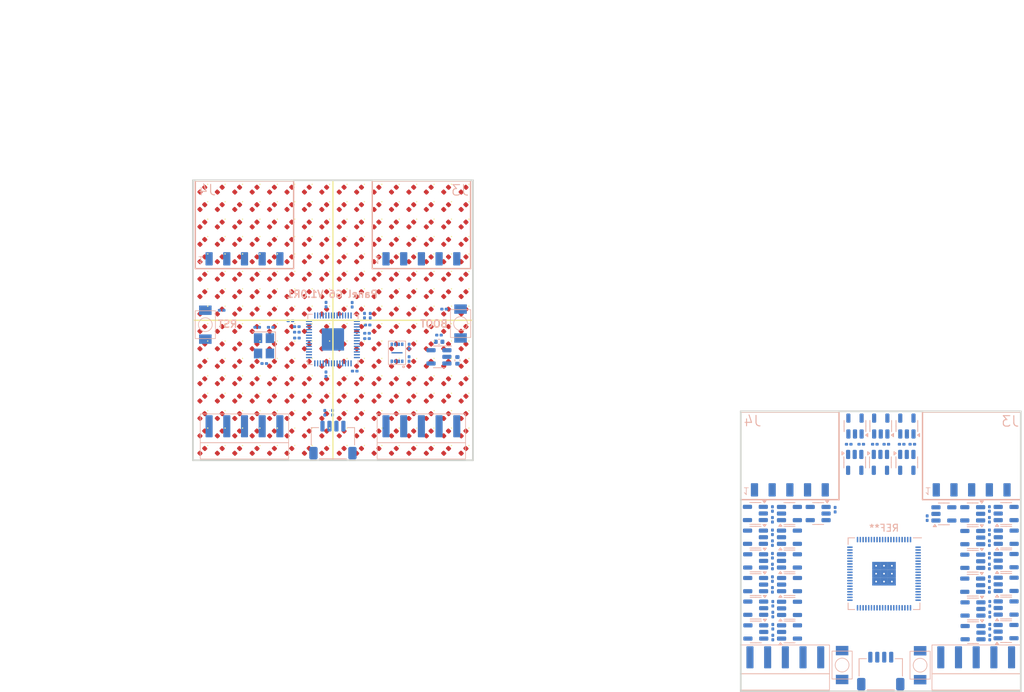
<source format=kicad_pcb>
(kicad_pcb (version 20241229) (generator "pcbnew") (generator_version "9.0")
  (layers (0 "F.Cu" signal) (4 "In1.Cu" power) (6 "In2.Cu" power) (8 "In3.Cu" signal) (10 "In4.Cu" power) (2 "B.Cu" signal) (13 "F.Paste" user) (15 "B.Paste" user) (5 "F.SilkS" user "F.Silkscreen") (7 "B.SilkS" user "B.Silkscreen") (1 "F.Mask" user) (3 "B.Mask" user) (25 "Edge.Cuts" user))
  (net 0 "")
  (net 1 "Net-(U2-XIN)")
  (net 2 "Net-(C5-Pad1)")
  (net 3 "/level_shifter/CP_5V_00")
  (net 4 "/level_shifter/CP_5V_01")
  (net 5 "Net-(D115-A)")
  (net 6 "Net-(D101-A)")
  (net 7 "Net-(D102-A)")
  (net 8 "Net-(D119-A)")
  (net 9 "Net-(D103-A)")
  (net 10 "Net-(D104-A)")
  (net 11 "Net-(D105-A)")
  (net 12 "Net-(D10-A)")
  (net 13 "Net-(D107-A)")
  (net 14 "Net-(D108-A)")
  (net 15 "Net-(D109-A)")
  (net 16 "Net-(D110-A)")
  (net 17 "Net-(D111-A)")
  (net 18 "Net-(D112-A)")
  (net 19 "/level_shifter/CP_5V_02")
  (net 20 "/level_shifter/CP_5V_03")
  (net 21 "/level_shifter/CP_5V_04")
  (net 22 "/level_shifter/CP_5V_05")
  (net 23 "Net-(D100-A)")
  (net 24 "Net-(D113-A)")
  (net 25 "/level_shifter/CP_5V_06")
  (net 26 "/level_shifter/CP_5V_07")
  (net 27 "/level_shifter/CP_5V_08")
  (net 28 "/level_shifter/CP_5V_09")
  (net 29 "/level_shifter/CP_5V_10")
  (net 30 "/level_shifter/CP_5V_11")
  (net 31 "/level_shifter/CP_5V_12")
  (net 32 "/level_shifter/CP_5V_13")
  (net 33 "/level_shifter/CP_5V_14")
  (net 34 "GND")
  (net 35 "+3.3V")
  (net 36 "+1V2")
  (net 37 "+5V")
  (net 38 "/level_shifter/CP_5V_15")
  (net 39 "/panel_mcu/D+")
  (net 40 "/panel_mcu/D-")
  (net 41 "/panel_header/MOSI")
  (net 42 "/panel_header/MISO")
  (net 43 "/panel_header/CS0")
  (net 44 "/panel_header/SCK")
  (net 45 "/panel_mcu/QSPI_SD3")
  (net 46 "/panel_mcu/QSPI_SCLK")
  (net 47 "/panel_mcu/QSPI_SDO")
  (net 48 "/panel_mcu/QSPI_SD2")
  (net 49 "/panel_mcu/QSPI_SD1")
  (net 50 "/panel_mcu/QSIP_SS")
  (net 51 "/panel_header/CS1")
  (net 52 "/panel_header/CS2")
  (net 53 "/panel_header/CS4")
  (net 54 "/panel_header/CS5")
  (net 55 "Net-(U2-USB_DP)")
  (net 56 "Net-(U2-USB_DM)")
  (net 57 "Net-(U2-XOUT)")
  (net 58 "/panel_mcu/USBBOOT")
  (net 59 "/level_shifter/CP_3V3_00")
  (net 60 "/level_shifter/CP_3V3_01")
  (net 61 "/level_shifter/CP_3V3_02")
  (net 62 "/level_shifter/CP_3V3_03")
  (net 63 "/level_shifter/CP_3V3_04")
  (net 64 "/level_shifter/CP_3V3_05")
  (net 65 "/level_shifter/CP_3V3_06")
  (net 66 "/level_shifter/CP_3V3_07")
  (net 67 "/level_shifter/CP_3V3_08")
  (net 68 "/level_shifter/CP_3V3_09")
  (net 69 "/level_shifter/CP_3V3_10")
  (net 70 "/level_shifter/CP_3V3_11")
  (net 71 "/level_shifter/CP_3V3_12")
  (net 72 "/level_shifter/CP_3V3_13")
  (net 73 "/level_shifter/CP_3V3_14")
  (net 74 "/level_shifter/CP_3V3_15")
  (net 75 "/level_shifter/CP_3V3_16")
  (footprint "panel_custom:LED_0402_1005Metric" (layer "F.Cu") (at 78.75 63.75 -135)
    (property "Reference" "D182" (hide yes))
    (property "Value" "LED" (hide yes))
  )
  (footprint "panel_custom:LED_0402_1005Metric" (layer "F.Cu") (at 76.25 83.75 -135)
    (property "Reference" "D174" (hide yes))
    (property "Value" "LED" (hide yes))
  )
  (footprint "panel_custom:LED_0402_1005Metric" (layer "F.Cu") (at 76.25 63.75 -135)
    (property "Reference" "D166" (hide yes))
    (property "Value" "LED" (hide yes))
  )
  (footprint "panel_custom:LED_0402_1005Metric" (layer "F.Cu") (at 73.75 83.75 -135)
    (property "Reference" "D158" (hide yes))
    (property "Value" "LED" (hide yes))
  )
  (footprint "panel_custom:LED_0402_1005Metric" (layer "F.Cu") (at 73.75 63.75 -135)
    (property "Reference" "D150" (hide yes))
    (property "Value" "LED" (hide yes))
  )
  (footprint "panel_custom:LED_0402_1005Metric" (layer "F.Cu") (at 71.25 83.75 -135)
    (property "Reference" "D142" (hide yes))
    (property "Value" "LED" (hide yes))
  )
  (footprint "panel_custom:LED_0402_1005Metric" (layer "F.Cu") (at 71.25 63.75 -135)
    (property "Reference" "D134" (hide yes))
    (property "Value" "LED" (hide yes))
  )
  (footprint "panel_custom:LED_0402_1005Metric" (layer "F.Cu") (at 78.75 81.25 -135)
    (property "Reference" "D189" (hide yes))
    (property "Value" "LED" (hide yes))
  )
  (footprint "panel_custom:LED_0402_1005Metric" (layer "F.Cu") (at 78.75 61.25 -135)
    (property "Reference" "D181" (hide yes))
    (property "Value" "LED" (hide yes))
  )
  (footprint "panel_custom:LED_0402_1005Metric" (layer "F.Cu") (at 76.25 81.25 -135)
    (property "Reference" "D173" (hide yes))
    (property "Value" "LED" (hide yes))
  )
  (footprint "panel_custom:LED_0402_1005Metric" (layer "F.Cu") (at 76.25 61.25 -135)
    (property "Reference" "D165" (hide yes))
    (property "Value" "LED" (hide yes))
  )
  (footprint "panel_custom:LED_0402_1005Metric" (layer "F.Cu") (at 73.75 81.25 -135)
    (property "Reference" "D157" (hide yes))
    (property "Value" "LED" (hide yes))
  )
  (footprint "panel_custom:LED_0402_1005Metric" (layer "F.Cu") (at 73.75 61.25 -135)
    (property "Reference" "D149" (hide yes))
    (property "Value" "LED" (hide yes))
  )
  (footprint "panel_custom:LED_0402_1005Metric" (layer "F.Cu") (at 71.25 81.25 -135)
    (property "Reference" "D141" (hide yes))
    (property "Value" "LED" (hide yes))
  )
  (footprint "panel_custom:LED_0402_1005Metric" (layer "F.Cu") (at 78.75 78.75 -135)
    (property "Reference" "D188" (hide yes))
    (property "Value" "LED" (hide yes))
  )
  (footprint "panel_custom:LED_0402_1005Metric" (layer "F.Cu") (at 71.25 61.25 -135)
    (property "Reference" "D133" (hide yes))
    (property "Value" "LED" (hide yes))
  )
  (footprint "panel_custom:LED_0402_1005Metric" (layer "F.Cu") (at 78.75 86.25 -135)
    (property "Reference" "D191" (hide yes))
    (property "Value" "LED" (hide yes))
  )
  (footprint "panel_custom:LED_0402_1005Metric" (layer "F.Cu") (at 76.25 68.75 -135)
    (property "Reference" "D168" (hide yes))
    (property "Value" "LED" (hide yes))
  )
  (footprint "panel_custom:LED_0402_1005Metric" (layer "F.Cu") (at 76.25 88.75 -135)
    (property "Reference" "D176" (hide yes))
    (property "Value" "LED" (hide yes))
  )
  (footprint "panel_custom:LED_0402_1005Metric" (layer "F.Cu") (at 68.75 88.75 -135)
    (property "Reference" "D128" (hide yes))
    (property "Value" "LED" (hide yes))
  )
  (footprint "panel_custom:LED_0402_1005Metric" (layer "F.Cu") (at 78.75 68.75 -135)
    (property "Reference" "D184" (hide yes))
    (property "Value" "LED" (hide yes))
  )
  (footprint "panel_custom:LED_0402_1005Metric" (layer "F.Cu") (at 73.75 88.75 -135)
    (property "Reference" "D160" (hide yes))
    (property "Value" "LED" (hide yes))
  )
  (footprint "panel_custom:LED_0402_1005Metric" (layer "F.Cu") (at 73.75 68.75 -135)
    (property "Reference" "D152" (hide yes))
    (property "Value" "LED" (hide yes))
  )
  (footprint "panel_custom:LED_0402_1005Metric" (layer "F.Cu") (at 71.25 88.75 -135)
    (property "Reference" "D144" (hide yes))
    (property "Value" "LED" (hide yes))
  )
  (footprint "panel_custom:LED_0402_1005Metric" (layer "F.Cu") (at 71.25 68.75 -135)
    (property "Reference" "D136" (hide yes))
    (property "Value" "LED" (hide yes))
  )
  (footprint "panel_custom:LED_0402_1005Metric" (layer "F.Cu") (at 78.75 83.75 -135)
    (property "Reference" "D190" (hide yes))
    (property "Value" "LED" (hide yes))
  )
  (footprint "panel_custom:LED_0402_1005Metric" (layer "F.Cu") (at 78.75 66.25 -135)
    (property "Reference" "D183" (hide yes))
    (property "Value" "LED" (hide yes))
  )
  (footprint "panel_custom:LED_0402_1005Metric" (layer "F.Cu") (at 76.25 86.25 -135)
    (property "Reference" "D175" (hide yes))
    (property "Value" "LED" (hide yes))
  )
  (footprint "panel_custom:LED_0402_1005Metric" (layer "F.Cu") (at 76.25 66.25 -135)
    (property "Reference" "D167" (hide yes))
    (property "Value" "LED" (hide yes))
  )
  (footprint "panel_custom:LED_0402_1005Metric" (layer "F.Cu") (at 73.75 86.25 -135)
    (property "Reference" "D159" (hide yes))
    (property "Value" "LED" (hide yes))
  )
  (footprint "panel_custom:LED_0402_1005Metric" (layer "F.Cu") (at 73.75 66.25 -135)
    (property "Reference" "D151" (hide yes))
    (property "Value" "LED" (hide yes))
  )
  (footprint "panel_custom:LED_0402_1005Metric" (layer "F.Cu") (at 71.25 86.25 -135)
    (property "Reference" "D143" (hide yes))
    (property "Value" "LED" (hide yes))
  )
  (footprint "panel_custom:LED_0402_1005Metric" (layer "F.Cu") (at 71.25 66.25 -135)
    (property "Reference" "D135" (hide yes))
    (property "Value" "LED" (hide yes))
  )
  (footprint "panel_custom:LED_0402_1005Metric" (layer "F.Cu") (at 78.75 53.75 -135)
    (property "Reference" "D178" (hide yes))
    (property "Value" "LED" (hide yes))
  )
  (footprint "panel_custom:LED_0402_1005Metric" (layer "F.Cu") (at 68.75 66.25 -135)
    (property "Reference" "D119" (hide yes))
    (property "Value" "LED" (hide yes))
  )
  (footprint "panel_custom:LED_0402_1005Metric" (layer "F.Cu") (at 71.25 51.25 -135)
    (property "Reference" "D129" (hide yes))
    (property "Value" "LED" (hide yes))
  )
  (footprint "panel_custom:LED_0402_1005Metric" (layer "F.Cu") (at 71.25 71.25 -135)
    (property "Reference" "D137" (hide yes))
    (property "Value" "LED" (hide yes))
  )
  (footprint "panel_custom:LED_0402_1005Metric" (layer "F.Cu") (at 73.75 51.25 -135)
    (property "Reference" "D145" (hide yes))
    (property "Value" "LED" (hide yes))
  )
  (footprint "panel_custom:LED_0402_1005Metric" (layer "F.Cu") (at 73.75 71.25 -135)
    (property "Reference" "D153" (hide yes))
    (property "Value" "LED" (hide yes))
  )
  (footprint "panel_custom:LED_0402_1005Metric" (layer "F.Cu") (at 76.25 51.25 -135)
    (property "Reference" "D161" (hide yes))
    (property "Value" "LED" (hide yes))
  )
  (footprint "panel_custom:LED_0402_1005Metric" (layer "F.Cu") (at 76.25 71.25 -135)
    (property "Reference" "D169" (hide yes))
    (property "Value" "LED" (hide yes))
  )
  (footprint "panel_custom:LED_0402_1005Metric" (layer "F.Cu") (at 78.75 51.25 -135)
    (property "Reference" "D177" (hide yes))
    (property "Value" "LED" (hide yes))
  )
  (footprint "panel_custom:LED_0402_1005Metric" (layer "F.Cu") (at 78.75 71.25 -135)
    (property "Reference" "D185" (hide yes))
    (property "Value" "LED" (hide yes))
  )
  (footprint "panel_custom:LED_0402_1005Metric" (layer "F.Cu") (at 71.25 53.75 -135)
    (property "Reference" "D130" (hide yes))
    (property "Value" "LED" (hide yes))
  )
  (footprint "panel_custom:LED_0402_1005Metric" (layer "F.Cu") (at 71.25 73.75 -135)
    (property "Reference" "D138" (hide yes))
    (property "Value" "LED" (hide yes))
  )
  (footprint "panel_custom:LED_0402_1005Metric" (layer "F.Cu") (at 73.75 53.75 -135)
    (property "Reference" "D146" (hide yes))
    (property "Value" "LED" (hide yes))
  )
  (footprint "panel_custom:LED_0402_1005Metric" (layer "F.Cu") (at 73.75 73.75 -135)
    (property "Reference" "D154" (hide yes))
    (property "Value" "LED" (hide yes))
  )
  (footprint "panel_custom:LED_0402_1005Metric" (layer "F.Cu") (at 76.25 53.75 -135)
    (property "Reference" "D162" (hide yes))
    (property "Value" "LED" (hide yes))
  )
  (footprint "panel_custom:LED_0402_1005Metric" (layer "F.Cu") (at 76.25 73.75 -135)
    (property "Reference" "D170" (hide yes))
    (property "Value" "LED" (hide yes))
  )
  (footprint "panel_custom:LED_0402_1005Metric" (layer "F.Cu") (at 78.75 58.75 -135)
    (property "Reference" "D180" (hide yes))
    (property "Value" "LED" (hide yes))
  )
  (footprint "panel_custom:LED_0402_1005Metric" (layer "F.Cu") (at 78.75 73.75 -135)
    (property "Reference" "D186" (hide yes))
    (property "Value" "LED" (hide yes))
  )
  (footprint "panel_custom:LED_0402_1005Metric" (layer "F.Cu") (at 71.25 56.25 -135)
    (property "Reference" "D131" (hide yes))
    (property "Value" "LED" (hide yes))
  )
  (footprint "panel_custom:LED_0402_1005Metric" (layer "F.Cu") (at 71.25 76.25 -135)
    (property "Reference" "D139" (hide yes))
    (property "Value" "LED" (hide yes))
  )
  (footprint "panel_custom:LED_0402_1005Metric" (layer "F.Cu") (at 73.75 56.25 -135)
    (property "Reference" "D147" (hide yes))
    (property "Value" "LED" (hide yes))
  )
  (footprint "panel_custom:LED_0402_1005Metric" (layer "F.Cu") (at 73.75 76.25 -135)
    (property "Reference" "D155" (hide yes))
    (property "Value" "LED" (hide yes))
  )
  (footprint "panel_custom:LED_0402_1005Metric" (layer "F.Cu") (at 76.25 56.25 -135)
    (property "Reference" "D163" (hide yes))
    (property "Value" "LED" (hide yes))
  )
  (footprint "panel_custom:LED_0402_1005Metric" (layer "F.Cu") (at 76.25 76.25 -135)
    (property "Reference" "D171" (hide yes))
    (property "Value" "LED" (hide yes))
  )
  (footprint "panel_custom:LED_0402_1005Metric" (layer "F.Cu") (at 78.75 56.25 -135)
    (property "Reference" "D179" (hide yes))
    (property "Value" "LED" (hide yes))
  )
  (footprint "panel_custom:LED_0402_1005Metric" (layer "F.Cu") (at 78.75 76.25 -135)
    (property "Reference" "D187" (hide yes))
    (property "Value" "LED" (hide yes))
  )
  (footprint "panel_custom:LED_0402_1005Metric" (layer "F.Cu") (at 71.25 58.75 -135)
    (property "Reference" "D132" (hide yes))
    (property "Value" "LED" (hide yes))
  )
  (footprint "panel_custom:LED_0402_1005Metric" (layer "F.Cu") (at 71.25 78.75 -135)
    (property "Reference" "D140" (hide yes))
    (property "Value" "LED" (hide yes))
  )
  (footprint "panel_custom:LED_0402_1005Metric" (layer "F.Cu") (at 73.75 58.75 -135)
    (property "Reference" "D148" (hide yes))
    (property "Value" "LED" (hide yes))
  )
  (footprint "panel_custom:LED_0402_1005Metric" (layer "F.Cu") (at 73.75 78.75 -135)
    (property "Reference" "D156" (hide yes))
    (property "Value" "LED" (hide yes))
  )
  (footprint "panel_custom:LED_0402_1005Metric" (layer "F.Cu") (at 76.25 58.75 -135)
    (property "Reference" "D164" (hide yes))
    (property "Value" "LED" (hide yes))
  )
  (footprint "panel_custom:LED_0402_1005Metric" (layer "F.Cu") (at 76.25 78.75 -135)
    (property "Reference" "D172" (hide yes))
    (property "Value" "LED" (hide yes))
  )
  (footprint "panel_custom:LED_0402_1005Metric" (layer "F.Cu") (at 88.75 81.25 -135)
    (property "Reference" "D253" (hide yes))
    (property "Value" "LED" (hide yes))
  )
  (footprint "panel_custom:LED_0402_1005Metric" (layer "F.Cu") (at 88.75 83.75 -135)
    (property "Reference" "D254" (hide yes))
    (property "Value" "LED" (hide yes))
  )
  (footprint "panel_custom:LED_0402_1005Metric" (layer "F.Cu") (at 88.75 63.75 -135)
    (property "Reference" "D246" (hide yes))
    (property "Value" "LED" (hide yes))
  )
  (footprint "panel_custom:LED_0402_1005Metric" (layer "F.Cu") (at 86.25 83.75 -135)
    (property "Reference" "D238" (hide yes))
    (property "Value" "LED" (hide yes))
  )
  (footprint "panel_custom:LED_0402_1005Metric" (layer "F.Cu") (at 86.25 63.75 -135)
    (property "Reference" "D230" (hide yes))
    (property "Value" "LED" (hide yes))
  )
  (footprint "panel_custom:LED_0402_1005Metric" (layer "F.Cu") (at 83.75 83.75 -135)
    (property "Reference" "D222" (hide yes))
    (property "Value" "LED" (hide yes))
  )
  (footprint "panel_custom:LED_0402_1005Metric" (layer "F.Cu") (at 83.75 63.75 -135)
    (property "Reference" "D214" (hide yes))
    (property "Value" "LED" (hide yes))
  )
  (footprint "panel_custom:LED_0402_1005Metric" (layer "F.Cu") (at 81.25 83.75 -135)
    (property "Reference" "D206" (hide yes))
    (property "Value" "LED" (hide yes))
  )
  (footprint "panel_custom:LED_0402_1005Metric" (layer "F.Cu") (at 81.25 63.75 -135)
    (property "Reference" "D198" (hide yes))
    (property "Value" "LED" (hide yes))
  )
  (footprint "panel_custom:LED_0402_1005Metric" (layer "F.Cu") (at 81.25 66.25 -135)
    (property "Reference" "D199" (hide yes))
    (property "Value" "LED" (hide yes))
  )
  (footprint "panel_custom:LED_0402_1005Metric" (layer "F.Cu") (at 88.75 61.25 -135)
    (property "Reference" "D245" (hide yes))
    (property "Value" "LED" (hide yes))
  )
  (footprint "panel_custom:LED_0402_1005Metric" (layer "F.Cu") (at 86.25 81.25 -135)
    (property "Reference" "D237" (hide yes))
    (property "Value" "LED" (hide yes))
  )
  (footprint "panel_custom:LED_0402_1005Metric" (layer "F.Cu") (at 86.25 61.25 -135)
    (property "Reference" "D229" (hide yes))
    (property "Value" "LED" (hide yes))
  )
  (footprint "panel_custom:LED_0402_1005Metric" (layer "F.Cu") (at 83.75 81.25 -135)
    (property "Reference" "D221" (hide yes))
    (property "Value" "LED" (hide yes))
  )
  (footprint "panel_custom:LED_0402_1005Metric" (layer "F.Cu") (at 83.75 61.25 -135)
    (property "Reference" "D213" (hide yes))
    (property "Value" "LED" (hide yes))
  )
  (footprint "panel_custom:LED_0402_1005Metric" (layer "F.Cu") (at 81.25 81.25 -135)
    (property "Reference" "D205" (hide yes))
    (property "Value" "LED" (hide yes))
  )
  (footprint "panel_custom:LED_0402_1005Metric" (layer "F.Cu") (at 81.25 61.25 -135)
    (property "Reference" "D197" (hide yes))
    (property "Value" "LED" (hide yes))
  )
  (footprint "panel_custom:LED_0402_1005Metric" (layer "F.Cu") (at 88.75 78.75 -135)
    (property "Reference" "D252" (hide yes))
    (property "Value" "LED" (hide yes))
  )
  (footprint "panel_custom:LED_0402_1005Metric" (layer "F.Cu") (at 81.25 86.25 -135)
    (property "Reference" "D207" (hide yes))
    (property "Value" "LED" (hide yes))
  )
  (footprint "panel_custom:LED_0402_1005Metric" (layer "F.Cu") (at 83.75 66.25 -135)
    (property "Reference" "D215" (hide yes))
    (property "Value" "LED" (hide yes))
  )
  (footprint "panel_custom:LED_0402_1005Metric" (layer "F.Cu") (at 83.75 86.25 -135)
    (property "Reference" "D223" (hide yes))
    (property "Value" "LED" (hide yes))
  )
  (footprint "panel_custom:LED_0402_1005Metric" (layer "F.Cu") (at 86.25 66.25 -135)
    (property "Reference" "D231" (hide yes))
    (property "Value" "LED" (hide yes))
  )
  (footprint "panel_custom:LED_0402_1005Metric" (layer "F.Cu") (at 86.25 86.25 -135)
    (property "Reference" "D239" (hide yes))
    (property "Value" "LED" (hide yes))
  )
  (footprint "panel_custom:LED_0402_1005Metric" (layer "F.Cu") (at 88.75 66.25 -135)
    (property "Reference" "D247" (hide yes))
    (property "Value" "LED" (hide yes))
  )
  (footprint "panel_custom:LED_0402_1005Metric" (layer "F.Cu") (at 88.75 86.25 -135)
    (property "Reference" "D255" (hide yes))
    (property "Value" "LED" (hide yes))
  )
  (footprint "panel_custom:LED_0402_1005Metric" (layer "F.Cu") (at 81.25 68.75 -135)
    (property "Reference" "D200" (hide yes))
    (property "Value" "LED" (hide yes))
  )
  (footprint "panel_custom:LED_0402_1005Metric" (layer "F.Cu") (at 81.25 88.75 -135)
    (property "Reference" "D208" (hide yes))
    (property "Value" "LED" (hide yes))
  )
  (footprint "panel_custom:LED_0402_1005Metric" (layer "F.Cu") (at 83.75 68.75 -135)
    (property "Reference" "D216" (hide yes))
    (property "Value" "LED" (hide yes))
  )
  (footprint "panel_custom:LED_0402_1005Metric" (layer "F.Cu") (at 83.75 88.75 -135)
    (property "Reference" "D224" (hide yes))
    (property "Value" "LED" (hide yes))
  )
  (footprint "panel_custom:LED_0402_1005Metric" (layer "F.Cu") (at 86.25 68.75 -135)
    (property "Reference" "D232" (hide yes))
    (property "Value" "LED" (hide yes))
  )
  (footprint "panel_custom:LED_0402_1005Metric" (layer "F.Cu") (at 86.25 88.75 -135)
    (property "Reference" "D240" (hide yes))
    (property "Value" "LED" (hide yes))
  )
  (footprint "panel_custom:LED_0402_1005Metric" (layer "F.Cu") (at 88.75 68.75 -135)
    (property "Reference" "D248" (hide yes))
    (property "Value" "LED" (hide yes))
  )
  (footprint "panel_custom:LED_0402_1005Metric" (layer "F.Cu") (at 88.75 88.75 -135)
    (property "Reference" "D256" (hide yes))
    (property "Value" "LED" (hide yes))
  )
  (footprint "panel_custom:LED_0402_1005Metric" (layer "F.Cu") (at 88.75 73.75 -135)
    (property "Reference" "D250" (hide yes))
    (property "Value" "LED" (hide yes))
  )
  (footprint "panel_custom:LED_0402_1005Metric" (layer "F.Cu") (at 81.25 51.25 -135)
    (property "Reference" "D193" (hide yes))
    (property "Value" "LED" (hide yes))
  )
  (footprint "panel_custom:LED_0402_1005Metric" (layer "F.Cu") (at 81.25 71.25 -135)
    (property "Reference" "D201" (hide yes))
    (property "Value" "LED" (hide yes))
  )
  (footprint "panel_custom:LED_0402_1005Metric" (layer "F.Cu") (at 83.75 51.25 -135)
    (property "Reference" "D209" (hide yes))
    (property "Value" "LED" (hide yes))
  )
  (footprint "panel_custom:LED_0402_1005Metric" (layer "F.Cu") (at 83.75 71.25 -135)
    (property "Reference" "D217" (hide yes))
    (property "Value" "LED" (hide yes))
  )
  (footprint "panel_custom:LED_0402_1005Metric" (layer "F.Cu") (at 86.25 51.25 -135)
    (property "Reference" "D225" (hide yes))
    (property "Value" "LED" (hide yes))
  )
  (footprint "panel_custom:LED_0402_1005Metric" (layer "F.Cu") (at 86.25 71.25 -135)
    (property "Reference" "D233" (hide yes))
    (property "Value" "LED" (hide yes))
  )
  (footprint "panel_custom:LED_0402_1005Metric" (layer "F.Cu") (at 88.75 51.25 -135)
    (property "Reference" "D241" (hide yes))
    (property "Value" "LED" (hide yes))
  )
  (footprint "panel_custom:LED_0402_1005Metric" (layer "F.Cu") (at 88.75 71.25 -135)
    (property "Reference" "D249" (hide yes))
    (property "Value" "LED" (hide yes))
  )
  (footprint "panel_custom:LED_0402_1005Metric" (layer "F.Cu") (at 81.25 53.75 -135)
    (property "Reference" "D194" (hide yes))
    (property "Value" "LED" (hide yes))
  )
  (footprint "panel_custom:LED_0402_1005Metric" (layer "F.Cu") (at 81.25 73.75 -135)
    (property "Reference" "D202" (hide yes))
    (property "Value" "LED" (hide yes))
  )
  (footprint "panel_custom:LED_0402_1005Metric" (layer "F.Cu") (at 83.75 53.75 -135)
    (property "Reference" "D210" (hide yes))
    (property "Value" "LED" (hide yes))
  )
  (footprint "panel_custom:LED_0402_1005Metric" (layer "F.Cu") (at 83.75 73.75 -135)
    (property "Reference" "D218" (hide yes))
    (property "Value" "LED" (hide yes))
  )
  (footprint "panel_custom:LED_0402_1005Metric" (layer "F.Cu") (at 86.25 53.75 -135)
    (property "Reference" "D226" (hide yes))
    (property "Value" "LED" (hide yes))
  )
  (footprint "panel_custom:LED_0402_1005Metric" (layer "F.Cu") (at 86.25 73.75 -135)
    (property "Reference" "D234" (hide yes))
    (property "Value" "LED" (hide yes))
  )
  (footprint "panel_custom:LED_0402_1005Metric" (layer "F.Cu") (at 88.75 53.75 -135)
    (property "Reference" "D242" (hide yes))
    (property "Value" "LED" (hide yes))
  )
  (footprint "panel_custom:LED_0402_1005Metric" (layer "F.Cu") (at 78.75 88.75 -135)
    (property "Reference" "D192" (hide yes))
    (property "Value" "LED" (hide yes))
  )
  (footprint "panel_custom:LED_0402_1005Metric" (layer "F.Cu") (at 81.25 56.25 -135)
    (property "Reference" "D195" (hide yes))
    (property "Value" "LED" (hide yes))
  )
  (footprint "panel_custom:LED_0402_1005Metric" (layer "F.Cu") (at 81.25 76.25 -135)
    (property "Reference" "D203" (hide yes))
    (property "Value" "LED" (hide yes))
  )
  (footprint "panel_custom:LED_0402_1005Metric" (layer "F.Cu") (at 83.75 56.25 -135)
    (property "Reference" "D211" (hide yes))
    (property "Value" "LED" (hide yes))
  )
  (footprint "panel_custom:LED_0402_1005Metric" (layer "F.Cu") (at 83.75 76.25 -135)
    (property "Reference" "D219" (hide yes))
    (property "Value" "LED" (hide yes))
  )
  (footprint "panel_custom:LED_0402_1005Metric" (layer "F.Cu") (at 86.25 56.25 -135)
    (property "Reference" "D227" (hide yes))
    (property "Value" "LED" (hide yes))
  )
  (footprint "panel_custom:LED_0402_1005Metric" (layer "F.Cu") (at 86.25 76.25 -135)
    (property "Reference" "D235" (hide yes))
    (property "Value" "LED" (hide yes))
  )
  (footprint "panel_custom:LED_0402_1005Metric" (layer "F.Cu") (at 88.75 56.25 -135)
    (property "Reference" "D243" (hide yes))
    (property "Value" "LED" (hide yes))
  )
  (footprint "panel_custom:LED_0402_1005Metric" (layer "F.Cu") (at 88.75 76.25 -135)
    (property "Reference" "D251" (hide yes))
    (property "Value" "LED" (hide yes))
  )
  (footprint "panel_custom:LED_0402_1005Metric" (layer "F.Cu") (at 81.25 58.75 -135)
    (property "Reference" "D196" (hide yes))
    (property "Value" "LED" (hide yes))
  )
  (footprint "panel_custom:LED_0402_1005Metric" (layer "F.Cu") (at 81.25 78.75 -135)
    (property "Reference" "D204" (hide yes))
    (property "Value" "LED" (hide yes))
  )
  (footprint "panel_custom:LED_0402_1005Metric" (layer "F.Cu") (at 83.75 58.75 -135)
    (property "Reference" "D212" (hide yes))
    (property "Value" "LED" (hide yes))
  )
  (footprint "panel_custom:LED_0402_1005Metric" (layer "F.Cu") (at 83.75 78.75 -135)
    (property "Reference" "D220" (hide yes))
    (property "Value" "LED" (hide yes))
  )
  (footprint "panel_custom:LED_0402_1005Metric" (layer "F.Cu") (at 86.25 58.75 -135)
    (property "Reference" "D228" (hide yes))
    (property "Value" "LED" (hide yes))
  )
  (footprint "panel_custom:LED_0402_1005Metric" (layer "F.Cu") (at 86.25 78.75 -135)
    (property "Reference" "D236" (hide yes))
    (property "Value" "LED" (hide yes))
  )
  (footprint "panel_custom:LED_0402_1005Metric" (layer "F.Cu") (at 88.75 58.75 -135)
    (property "Reference" "D244" (hide yes))
    (property "Value" "LED" (hide yes))
  )
  (footprint "panel_custom:LED_0402_1005Metric" (layer "F.Cu") (at 58.75 83.75 -135)
    (property "Reference" "D62" (hide yes))
    (property "Value" "LED" (hide yes))
  )
  (footprint "panel_custom:LED_0402_1005Metric" (layer "F.Cu") (at 51.25 61.25 -135)
    (property "Reference" "D5" (hide yes))
    (property "Value" "LED" (hide yes))
  )
  (footprint "panel_custom:LED_0402_1005Metric" (layer "F.Cu") (at 51.25 81.25 -135)
    (property "Reference" "D13" (hide yes))
    (property "Value" "LED" (hide yes))
  )
  (footprint "panel_custom:LED_0402_1005Metric" (layer "F.Cu") (at 53.75 61.25 -135)
    (property "Reference" "D21" (hide yes))
    (property "Value" "LED" (hide yes))
  )
  (footprint "panel_custom:LED_0402_1005Metric" (layer "F.Cu") (at 53.75 81.25 -135)
    (property "Reference" "D29" (hide yes))
    (property "Value" "LED" (hide yes))
  )
  (footprint "panel_custom:LED_0402_1005Metric" (layer "F.Cu") (at 56.25 61.25 -135)
    (property "Reference" "D37" (hide yes))
    (property "Value" "LED" (hide yes))
  )
  (footprint "panel_custom:LED_0402_1005Metric" (layer "F.Cu") (at 56.25 81.25 -135)
    (property "Reference" "D45" (hide yes))
    (property "Value" "LED" (hide yes))
  )
  (footprint "panel_custom:LED_0402_1005Metric" (layer "F.Cu") (at 58.75 61.25 -135)
    (property "Reference" "D53" (hide yes))
    (property "Value" "LED" (hide yes))
  )
  (footprint "panel_custom:LED_0402_1005Metric" (layer "F.Cu") (at 58.75 81.25 -135)
    (property "Reference" "D61" (hide yes))
    (property "Value" "LED" (hide yes))
  )
  (footprint "panel_custom:LED_0402_1005Metric" (layer "F.Cu") (at 51.25 63.75 -135)
    (property "Reference" "D6" (hide yes))
    (property "Value" "LED" (hide yes))
  )
  (footprint "panel_custom:LED_0402_1005Metric" (layer "F.Cu") (at 51.25 83.75 -135)
    (property "Reference" "D14" (hide yes))
    (property "Value" "LED" (hide yes))
  )
  (footprint "panel_custom:LED_0402_1005Metric" (layer "F.Cu") (at 53.75 63.75 -135)
    (property "Reference" "D22" (hide yes))
    (property "Value" "LED" (hide yes))
  )
  (footprint "panel_custom:LED_0402_1005Metric" (layer "F.Cu") (at 53.75 83.75 -135)
    (property "Reference" "D30" (hide yes))
    (property "Value" "LED" (hide yes))
  )
  (footprint "panel_custom:LED_0402_1005Metric" (layer "F.Cu") (at 56.25 63.75 -135)
    (property "Reference" "D38" (hide yes))
    (property "Value" "LED" (hide yes))
  )
  (footprint "panel_custom:LED_0402_1005Metric" (layer "F.Cu") (at 56.25 83.75 -135)
    (property "Reference" "D46" (hide yes))
    (property "Value" "LED" (hide yes))
  )
  (footprint "panel_custom:LED_0402_1005Metric" (layer "F.Cu") (at 58.75 63.75 -135)
    (property "Reference" "D54" (hide yes))
    (property "Value" "LED" (hide yes))
  )
  (footprint "panel_custom:LED_0402_1005Metric" (layer "F.Cu") (at 58.75 78.75 -135)
    (property "Reference" "D60" (hide yes))
    (property "Value" "LED" (hide yes))
  )
  (footprint "panel_custom:LED_0402_1005Metric" (layer "F.Cu") (at 51.25 66.25 -135)
    (property "Reference" "D7" (hide yes))
    (property "Value" "LED" (hide yes))
  )
  (footprint "panel_custom:LED_0402_1005Metric" (layer "F.Cu") (at 51.25 86.25 -135)
    (property "Reference" "D15" (hide yes))
    (property "Value" "LED" (hide yes))
  )
  (footprint "panel_custom:LED_0402_1005Metric" (layer "F.Cu") (at 53.75 66.25 -135)
    (property "Reference" "D23" (hide yes))
    (property "Value" "LED" (hide yes))
  )
  (footprint "panel_custom:LED_0402_1005Metric" (layer "F.Cu") (at 53.75 86.25 -135)
    (property "Reference" "D31" (hide yes))
    (property "Value" "LED" (hide yes))
  )
  (footprint "panel_custom:LED_0402_1005Metric" (layer "F.Cu") (at 56.25 66.25 -135)
    (property "Reference" "D39" (hide yes))
    (property "Value" "LED" (hide yes))
  )
  (footprint "panel_custom:LED_0402_1005Metric" (layer "F.Cu") (at 56.25 86.25 -135)
    (property "Reference" "D47" (hide yes))
    (property "Value" "LED" (hide yes))
  )
  (footprint "panel_custom:LED_0402_1005Metric" (layer "F.Cu") (at 58.75 66.25 -135)
    (property "Reference" "D55" (hide yes))
    (property "Value" "LED" (hide yes))
  )
  (footprint "panel_custom:LED_0402_1005Metric" (layer "F.Cu") (at 58.75 86.25 -135)
    (property "Reference" "D63" (hide yes))
    (property "Value" "LED" (hide yes))
  )
  (footprint "panel_custom:LED_0402_1005Metric" (layer "F.Cu") (at 51.25 68.75 -135)
    (property "Reference" "D8" (hide yes))
    (property "Value" "LED" (hide yes))
  )
  (footprint "panel_custom:LED_0402_1005Metric" (layer "F.Cu") (at 51.25 88.75 -135)
    (property "Reference" "D16" (hide yes))
    (property "Value" "LED" (hide yes))
  )
  (footprint "panel_custom:LED_0402_1005Metric" (layer "F.Cu") (at 53.75 68.75 -135)
    (property "Reference" "D24" (hide yes))
    (property "Value" "LED" (hide yes))
  )
  (footprint "panel_custom:LED_0402_1005Metric" (layer "F.Cu") (at 53.75 88.75 -135)
    (property "Reference" "D32" (hide yes))
    (property "Value" "LED" (hide yes))
  )
  (footprint "panel_custom:LED_0402_1005Metric" (layer "F.Cu") (at 56.25 68.75 -135)
    (property "Reference" "D40" (hide yes))
    (property "Value" "LED" (hide yes))
  )
  (footprint "panel_custom:LED_0402_1005Metric" (layer "F.Cu") (at 56.25 88.75 -135)
    (property "Reference" "D48" (hide yes))
    (property "Value" "LED" (hide yes))
  )
  (footprint "panel_custom:LED_0402_1005Metric" (layer "F.Cu") (at 58.75 68.75 -135)
    (property "Reference" "D56" (hide yes))
    (property "Value" "LED" (hide yes))
  )
  (footprint "panel_custom:LED_0402_1005Metric" (layer "F.Cu") (at 58.75 73.75 -135)
    (property "Reference" "D58" (hide yes))
    (property "Value" "LED" (hide yes))
  )
  (footprint "panel_custom:LED_0402_1005Metric" (layer "F.Cu") (at 51.25 51.25 -135)
    (property "Reference" "D1" (hide yes))
    (property "Value" "LED" (hide yes))
  )
  (footprint "panel_custom:LED_0402_1005Metric" (layer "F.Cu") (at 51.25 71.25 -135)
    (property "Reference" "D9" (hide yes))
    (property "Value" "LED" (hide yes))
  )
  (footprint "panel_custom:LED_0402_1005Metric" (layer "F.Cu") (at 53.75 51.25 -135)
    (property "Reference" "D17" (hide yes))
    (property "Value" "LED" (hide yes))
  )
  (footprint "panel_custom:LED_0402_1005Metric" (layer "F.Cu") (at 53.75 71.25 -135)
    (property "Reference" "D25" (hide yes))
    (property "Value" "LED" (hide yes))
  )
  (footprint "panel_custom:LED_0402_1005Metric" (layer "F.Cu") (at 56.25 51.25 -135)
    (property "Reference" "D33" (hide yes))
    (property "Value" "LED" (hide yes))
  )
  (footprint "panel_custom:LED_0402_1005Metric" (layer "F.Cu") (at 56.25 71.25 -135)
    (property "Reference" "D41" (hide yes))
    (property "Value" "LED" (hide yes))
  )
  (footprint "panel_custom:LED_0402_1005Metric" (layer "F.Cu") (at 58.75 51.25 -135)
    (property "Reference" "D49" (hide yes))
    (property "Value" "LED" (hide yes))
  )
  (footprint "panel_custom:LED_0402_1005Metric" (layer "F.Cu") (at 58.75 71.25 -135)
    (property "Reference" "D57" (hide yes))
    (property "Value" "LED" (hide yes))
  )
  (footprint "panel_custom:LED_0402_1005Metric" (layer "F.Cu") (at 51.25 53.75 -135)
    (property "Reference" "D2" (hide yes))
    (property "Value" "LED" (hide yes))
  )
  (footprint "panel_custom:LED_0402_1005Metric" (layer "F.Cu") (at 51.25 73.75 -135)
    (property "Reference" "D10" (hide yes))
    (property "Value" "LED" (hide yes))
  )
  (footprint "panel_custom:LED_0402_1005Metric" (layer "F.Cu") (at 53.75 53.75 -135)
    (property "Reference" "D18" (hide yes))
    (property "Value" "LED" (hide yes))
  )
  (footprint "panel_custom:LED_0402_1005Metric" (layer "F.Cu") (at 53.75 73.75 -135)
    (property "Reference" "D26" (hide yes))
    (property "Value" "LED" (hide yes))
  )
  (footprint "panel_custom:LED_0402_1005Metric" (layer "F.Cu") (at 56.25 53.75 -135)
    (property "Reference" "D34" (hide yes))
    (property "Value" "LED" (hide yes))
  )
  (footprint "panel_custom:LED_0402_1005Metric" (layer "F.Cu") (at 56.25 73.75 -135)
    (property "Reference" "D42" (hide yes))
    (property "Value" "LED" (hide yes))
  )
  (footprint "panel_custom:LED_0402_1005Metric" (layer "F.Cu") (at 58.75 53.75 -135)
    (property "Reference" "D50" (hide yes))
    (property "Value" "LED" (hide yes))
  )
  (footprint "panel_custom:LED_0402_1005Metric" (layer "F.Cu") (at 66.25 88.75 -135)
    (property "Reference" "D112" (hide yes))
    (property "Value" "LED" (hide yes))
  )
  (footprint "panel_custom:LED_0402_1005Metric" (layer "F.Cu") (at 51.25 56.25 -135)
    (property "Reference" "D3" (hide yes))
    (property "Value" "LED" (hide yes))
  )
  (footprint "panel_custom:LED_0402_1005Metric" (layer "F.Cu") (at 51.25 76.25 -135)
    (property "Reference" "D11" (hide yes))
    (property "Value" "LED" (hide yes))
  )
  (footprint "panel_custom:LED_0402_1005Metric" (layer "F.Cu") (at 53.75 56.25 -135)
    (property "Reference" "D19" (hide yes))
    (property "Value" "LED" (hide yes))
  )
  (footprint "panel_custom:LED_0402_1005Metric" (layer "F.Cu") (at 53.75 76.25 -135)
    (property "Reference" "D27" (hide yes))
    (property "Value" "LED" (hide yes))
  )
  (footprint "panel_custom:LED_0402_1005Metric" (layer "F.Cu") (at 56.25 56.25 -135)
    (property "Reference" "D35" (hide yes))
    (property "Value" "LED" (hide yes))
  )
  (footprint "panel_custom:LED_0402_1005Metric" (layer "F.Cu") (at 56.25 76.25 -135)
    (property "Reference" "D43" (hide yes))
    (property "Value" "LED" (hide yes))
  )
  (footprint "panel_custom:LED_0402_1005Metric" (layer "F.Cu") (at 58.75 56.25 -135)
    (property "Reference" "D51" (hide yes))
    (property "Value" "LED" (hide yes))
  )
  (footprint "panel_custom:LED_0402_1005Metric" (layer "F.Cu") (at 58.75 76.25 -135)
    (property "Reference" "D59" (hide yes))
    (property "Value" "LED" (hide yes))
  )
  (footprint "panel_custom:LED_0402_1005Metric" (layer "F.Cu") (at 51.25 58.75 -135)
    (property "Reference" "D4" (hide yes))
    (property "Value" "LED" (hide yes))
  )
  (footprint "panel_custom:LED_0402_1005Metric" (layer "F.Cu") (at 51.25 78.75 -135)
    (property "Reference" "D12" (hide yes))
    (property "Value" "LED" (hide yes))
  )
  (footprint "panel_custom:LED_0402_1005Metric" (layer "F.Cu") (at 53.75 58.75 -135)
    (property "Reference" "D20" (hide yes))
    (property "Value" "LED" (hide yes))
  )
  (footprint "panel_custom:LED_0402_1005Metric" (layer "F.Cu") (at 53.75 78.75 -135)
    (property "Reference" "D28" (hide yes))
    (property "Value" "LED" (hide yes))
  )
  (footprint "panel_custom:LED_0402_1005Metric" (layer "F.Cu") (at 56.25 58.75 -135)
    (property "Reference" "D36" (hide yes))
    (property "Value" "LED" (hide yes))
  )
  (footprint "panel_custom:LED_0402_1005Metric" (layer "F.Cu") (at 56.25 78.75 -135)
    (property "Reference" "D44" (hide yes))
    (property "Value" "LED" (hide yes))
  )
  (footprint "panel_custom:LED_0402_1005Metric" (layer "F.Cu") (at 58.75 58.75 -135)
    (property "Reference" "D52" (hide yes))
    (property "Value" "LED" (hide yes))
  )
  (footprint "panel_custom:LED_0402_1005Metric" (layer "F.Cu") (at 68.75 63.75 -135)
    (property "Reference" "D118" (hide yes))
    (property "Value" "LED" (hide yes))
  )
  (footprint "panel_custom:LED_0402_1005Metric" (layer "F.Cu") (at 68.75 78.75 -135)
    (property "Reference" "D124" (hide yes))
    (property "Value" "LED" (hide yes))
  )
  (footprint "panel_custom:LED_0402_1005Metric" (layer "F.Cu") (at 61.25 61.25 -135)
    (property "Reference" "D69" (hide yes))
    (property "Value" "LED" (hide yes))
  )
  (footprint "panel_custom:LED_0402_1005Metric" (layer "F.Cu") (at 61.25 81.25 -135)
    (property "Reference" "D77" (hide yes))
    (property "Value" "LED" (hide yes))
  )
  (footprint "panel_custom:LED_0402_1005Metric" (layer "F.Cu") (at 63.75 61.25 -135)
    (property "Reference" "D85" (hide yes))
    (property "Value" "LED" (hide yes))
  )
  (footprint "panel_custom:LED_0402_1005Metric" (layer "F.Cu") (at 63.75 81.25 -135)
    (property "Reference" "D93" (hide yes))
    (property "Value" "LED" (hide yes))
  )
  (footprint "panel_custom:LED_0402_1005Metric" (layer "F.Cu") (at 66.25 61.25 -135)
    (property "Reference" "D101" (hide yes))
    (property "Value" "LED" (hide yes))
  )
  (footprint "panel_custom:LED_0402_1005Metric" (layer "F.Cu") (at 66.25 81.25 -135)
    (property "Reference" "D109" (hide yes))
    (property "Value" "LED" (hide yes))
  )
  (footprint "panel_custom:LED_0402_1005Metric" (layer "F.Cu") (at 68.75 61.25 -135)
    (property "Reference" "D117" (hide yes))
    (property "Value" "LED" (hide yes))
  )
  (footprint "panel_custom:LED_0402_1005Metric" (layer "F.Cu") (at 68.75 81.25 -135)
    (property "Reference" "D125" (hide yes))
    (property "Value" "LED" (hide yes))
  )
  (footprint "panel_custom:LED_0402_1005Metric" (layer "F.Cu") (at 61.25 63.75 -135)
    (property "Reference" "D70" (hide yes))
    (property "Value" "LED" (hide yes))
  )
  (footprint "panel_custom:LED_0402_1005Metric" (layer "F.Cu") (at 61.25 83.75 -135)
    (property "Reference" "D78" (hide yes))
    (property "Value" "LED" (hide yes))
  )
  (footprint "panel_custom:LED_0402_1005Metric" (layer "F.Cu") (at 63.75 63.75 -135)
    (property "Reference" "D86" (hide yes))
    (property "Value" "LED" (hide yes))
  )
  (footprint "panel_custom:LED_0402_1005Metric" (layer "F.Cu") (at 63.75 83.75 -135)
    (property "Reference" "D94" (hide yes))
    (property "Value" "LED" (hide yes))
  )
  (footprint "panel_custom:LED_0402_1005Metric" (layer "F.Cu") (at 66.25 63.75 -135)
    (property "Reference" "D102" (hide yes))
    (property "Value" "LED" (hide yes))
  )
  (footprint "panel_custom:LED_0402_1005Metric" (layer "F.Cu") (at 66.25 83.75 -135)
    (property "Reference" "D110" (hide yes))
    (property "Value" "LED" (hide yes))
  )
  (footprint "panel_custom:LED_0402_1005Metric" (layer "F.Cu") (at 61.25 51.25 -135)
    (property "Reference" "D65" (hide yes))
    (property "Value" "LED" (hide yes))
  )
  (footprint "panel_custom:LED_0402_1005Metric" (layer "F.Cu") (at 68.75 83.75 -135)
    (property "Reference" "D126" (hide yes))
    (property "Value" "LED" (hide yes))
  )
  (footprint "panel_custom:LED_0402_1005Metric" (layer "F.Cu") (at 61.25 66.25 -135)
    (property "Reference" "D71" (hide yes))
    (property "Value" "LED" (hide yes))
  )
  (footprint "panel_custom:LED_0402_1005Metric" (layer "F.Cu") (at 61.25 86.25 -135)
    (property "Reference" "D79" (hide yes))
    (property "Value" "LED" (hide yes))
  )
  (footprint "panel_custom:LED_0402_1005Metric" (layer "F.Cu") (at 63.75 66.25 -135)
    (property "Reference" "D87" (hide yes))
    (property "Value" "LED" (hide yes))
  )
  (footprint "panel_custom:LED_0402_1005Metric" (layer "F.Cu") (at 63.75 86.25 -135)
    (property "Reference" "D95" (hide yes))
    (property "Value" "LED" (hide yes))
  )
  (footprint "panel_custom:LED_0402_1005Metric" (layer "F.Cu") (at 66.25 66.25 -135)
    (property "Reference" "D103" (hide yes))
    (property "Value" "LED" (hide yes))
  )
  (footprint "panel_custom:LED_0402_1005Metric" (layer "F.Cu") (at 66.25 86.25 -135)
    (property "Reference" "D111" (hide yes))
    (property "Value" "LED" (hide yes))
  )
  (footprint "panel_custom:LED_0402_1005Metric" (layer "F.Cu") (at 68.75 86.25 -135)
    (property "Reference" "D127" (hide yes))
    (property "Value" "LED" (hide yes))
  )
  (footprint "panel_custom:LED_0402_1005Metric" (layer "F.Cu") (at 61.25 68.75 -135)
    (property "Reference" "D72" (hide yes))
    (property "Value" "LED" (hide yes))
  )
  (footprint "panel_custom:LED_0402_1005Metric" (layer "F.Cu") (at 61.25 88.75 -135)
    (property "Reference" "D80" (hide yes))
    (property "Value" "LED" (hide yes))
  )
  (footprint "panel_custom:LED_0402_1005Metric" (layer "F.Cu") (at 63.75 68.75 -135)
    (property "Reference" "D88" (hide yes))
    (property "Value" "LED" (hide yes))
  )
  (footprint "panel_custom:LED_0402_1005Metric" (layer "F.Cu") (at 63.75 88.75 -135)
    (property "Reference" "D96" (hide yes))
    (property "Value" "LED" (hide yes))
  )
  (footprint "panel_custom:LED_0402_1005Metric" (layer "F.Cu") (at 66.25 68.75 -135)
    (property "Reference" "D104" (hide yes))
    (property "Value" "LED" (hide yes))
  )
  (footprint "panel_custom:LED_0402_1005Metric" (layer "F.Cu") (at 68.75 68.75 -135)
    (property "Reference" "D120" (hide yes))
    (property "Value" "LED" (hide yes))
  )
  (footprint "panel_custom:LED_0402_1005Metric" (layer "F.Cu") (at 66.25 78.75 -135)
    (property "Reference" "D108" (hide yes))
    (property "Value" "LED" (hide yes))
  )
  (footprint "panel_custom:LED_0402_1005Metric" (layer "F.Cu") (at 58.75 88.75 -135)
    (property "Reference" "D64" (hide yes))
    (property "Value" "LED" (hide yes))
  )
  (footprint "panel_custom:LED_0402_1005Metric" (layer "F.Cu") (at 61.25 71.25 -135)
    (property "Reference" "D73" (hide yes))
    (property "Value" "LED" (hide yes))
  )
  (footprint "panel_custom:LED_0402_1005Metric" (layer "F.Cu") (at 63.75 51.25 -135)
    (property "Reference" "D81" (hide yes))
    (property "Value" "LED" (hide yes))
  )
  (footprint "panel_custom:LED_0402_1005Metric" (layer "F.Cu") (at 63.75 71.25 -135)
    (property "Reference" "D89" (hide yes))
    (property "Value" "LED" (hide yes))
  )
  (footprint "panel_custom:LED_0402_1005Metric" (layer "F.Cu") (at 66.25 51.25 -135)
    (property "Reference" "D97" (hide yes))
    (property "Value" "LED" (hide yes))
  )
  (footprint "panel_custom:LED_0402_1005Metric" (layer "F.Cu") (at 66.25 71.25 -135)
    (property "Reference" "D105" (hide yes))
    (property "Value" "LED" (hide yes))
  )
  (footprint "panel_custom:LED_0402_1005Metric" (layer "F.Cu") (at 68.75 51.25 -135)
    (property "Reference" "D113" (hide yes))
    (property "Value" "LED" (hide yes))
  )
  (footprint "panel_custom:LED_0402_1005Metric" (layer "F.Cu") (at 68.75 58.75 -135)
    (property "Reference" "D116" (hide yes))
    (property "Value" "LED" (hide yes))
  )
  (footprint "panel_custom:LED_0402_1005Metric" (layer "F.Cu") (at 68.75 71.25 -135)
    (property "Reference" "D121" (hide yes))
    (property "Value" "LED" (hide yes))
  )
  (footprint "panel_custom:LED_0402_1005Metric" (layer "F.Cu") (at 61.25 53.75 -135)
    (property "Reference" "D66" (hide yes))
    (property "Value" "LED" (hide yes))
  )
  (footprint "panel_custom:LED_0402_1005Metric" (layer "F.Cu") (at 61.25 73.75 -135)
    (property "Reference" "D74" (hide yes))
    (property "Value" "LED" (hide yes))
  )
  (footprint "panel_custom:LED_0402_1005Metric" (layer "F.Cu") (at 63.75 53.75 -135)
    (property "Reference" "D82" (hide yes))
    (property "Value" "LED" (hide yes))
  )
  (footprint "panel_custom:LED_0402_1005Metric" (layer "F.Cu") (at 63.75 73.75 -135)
    (property "Reference" "D90" (hide yes))
    (property "Value" "LED" (hide yes))
  )
  (footprint "panel_custom:LED_0402_1005Metric" (layer "F.Cu") (at 66.25 53.75 -135)
    (property "Reference" "D98" (hide yes))
    (property "Value" "LED" (hide yes))
  )
  (footprint "panel_custom:LED_0402_1005Metric" (layer "F.Cu") (at 66.25 73.75 -135)
    (property "Reference" "D106" (hide yes))
    (property "Value" "LED" (hide yes))
  )
  (footprint "panel_custom:LED_0402_1005Metric" (layer "F.Cu") (at 68.75 73.75 -135)
    (property "Reference" "D122" (hide yes))
    (property "Value" "LED" (hide yes))
  )
  (footprint "panel_custom:LED_0402_1005Metric" (layer "F.Cu") (at 68.75 53.75 -135)
    (property "Reference" "D114" (hide yes))
    (property "Value" "LED" (hide yes))
  )
  (footprint "panel_custom:LED_0402_1005Metric" (layer "F.Cu") (at 66.25 58.75 -135)
    (property "Reference" "D100" (hide yes))
    (property "Value" "LED" (hide yes))
  )
  (footprint "panel_custom:LED_0402_1005Metric" (layer "F.Cu") (at 63.75 78.75 -135)
    (property "Reference" "D92" (hide yes))
    (property "Value" "LED" (hide yes))
  )
  (footprint "panel_custom:LED_0402_1005Metric" (layer "F.Cu") (at 63.75 58.75 -135)
    (property "Reference" "D84" (hide yes))
    (property "Value" "LED" (hide yes))
  )
  (footprint "panel_custom:LED_0402_1005Metric" (layer "F.Cu") (at 61.25 78.75 -135)
    (property "Reference" "D76" (hide yes))
    (property "Value" "LED" (hide yes))
  )
  (footprint "panel_custom:LED_0402_1005Metric" (layer "F.Cu") (at 61.25 58.75 -135)
    (property "Reference" "D68" (hide yes))
    (property "Value" "LED" (hide yes))
  )
  (footprint "panel_custom:LED_0402_1005Metric" (layer "F.Cu") (at 68.75 76.25 -135)
    (property "Reference" "D123" (hide yes))
    (property "Value" "LED" (hide yes))
  )
  (footprint "panel_custom:LED_0402_1005Metric" (layer "F.Cu") (at 68.75 56.25 -135)
    (property "Reference" "D115" (hide yes))
    (property "Value" "LED" (hide yes))
  )
  (footprint "panel_custom:LED_0402_1005Metric" (layer "F.Cu") (at 66.25 76.25 -135)
    (property "Reference" "D107" (hide yes))
    (property "Value" "LED" (hide yes))
  )
  (footprint "panel_custom:LED_0402_1005Metric" (layer "F.Cu") (at 66.25 56.25 -135)
    (property "Reference" "D99" (hide yes))
    (property "Value" "LED" (hide yes))
  )
  (footprint "panel_custom:LED_0402_1005Metric" (layer "F.Cu") (at 63.75 76.25 -135)
    (property "Reference" "D91" (hide yes))
    (property "Value" "LED" (hide yes))
  )
  (footprint "panel_custom:LED_0402_1005Metric" (layer "F.Cu") (at 63.75 56.25 -135)
    (property "Reference" "D83" (hide yes))
    (property "Value" "LED" (hide yes))
  )
  (footprint "panel_custom:LED_0402_1005Metric" (layer "F.Cu") (at 61.25 76.25 -135)
    (property "Reference" "D75" (hide yes))
    (property "Value" "LED" (hide yes))
  )
  (footprint "panel_custom:LED_0402_1005Metric" (layer "F.Cu") (at 61.25 56.25 -135)
    (property "Reference" "D67" (hide yes))
    (property "Value" "LED" (hide yes))
  )
  (footprint "RP2350_80QFN_minimal:RP2350-QFN-80-1EP_10x10_P0.4mm_EP3.4x3.4mm_ThermalVias" (layer "B.Cu") (at 149.116667 106.383333 180)
    (property "Reference" "REF**")
    (property "Value" "RP2350-QFN-80-1EP_10x10_P0.4mm_EP3.4x3.4mm_ThermalVias")
  )
  (footprint "Package_TO_SOT_SMD:SOT-23-5" (layer "B.Cu") (at 166.65 107.9125)
    (property "Reference" "REF**" (hide yes))
    (property "Value" "SOT-23-5")
  )
  (footprint "Capacitor_SMD:C_0201_0603Metric" (layer "B.Cu") (at 164.25 97.095 -90)
    (property "Reference" "REF**" (hide yes))
    (property "Value" "C_0201_0603Metric")
  )
  (footprint "Capacitor_SMD:C_0201_0603Metric" (layer "B.Cu") (at 164.25 107.155 -90)
    (property "Reference" "REF**" (hide yes))
    (property "Value" "C_0201_0603Metric")
  )
  (footprint "panel_custom:R_0201_0603Metric" (layer "B.Cu") (at 85.96 68.4 180)
    (property "Reference" "R4" (hide yes))
    (property "Value" "1k" (hide yes))
  )
  (footprint "panel_custom:R_0201_0603Metric" (layer "B.Cu") (at 61.065 71.01)
    (property "Reference" "R3" (hide yes))
    (property "Value" "1k" (hide yes))
  )
  (footprint "panel_custom:C_0402_1005Metric" (layer "B.Cu") (at 85.24 73.09)
    (property "Reference" "C2" (hide yes))
    (property "Value" "10uF")
  )
  (footprint "panel_custom:JST_SH_SM04B-SRSS-TB_1x04-1MP_P1.00mm_Horizontal" (layer "B.Cu") (at 148.65 120.37 180)
    (property "Reference" "J5" (hide yes))
    (property "Value" "Conn_01x04")
  )
  (footprint "Capacitor_SMD:C_0201_0603Metric" (layer "B.Cu") (at 164.25 100.445 -90)
    (property "Reference" "REF**" (hide yes))
    (property "Value" "C_0201_0603Metric")
  )
  (footprint "Capacitor_SMD:C_0201_0603Metric" (layer "B.Cu") (at 133.1 107.155 -90)
    (property "Reference" "REF**" (hide yes))
    (property "Value" "C_0201_0603Metric")
  )
  (footprint "Package_TO_SOT_SMD:SOT-23-5" (layer "B.Cu") (at 166.65 104.5125)
    (property "Reference" "REF**" (hide yes))
    (property "Value" "SOT-23-5")
  )
  (footprint "Package_TO_SOT_SMD:SOT-23-5" (layer "B.Cu") (at 135.55 107.95)
    (property "Reference" "REF**" (hide yes))
    (property "Value" "SOT-23-5")
  )
  (footprint "Package_TO_SOT_SMD:SOT-23-5" (layer "B.Cu") (at 148.6 90.4 -90)
    (property "Reference" "REF**" (hide yes))
    (property "Value" "SOT-23-5")
  )
  (footprint "panel_custom:JST_SH_SM04B-SRSS-TB_1x04-1MP_P1.00mm_Horizontal" (layer "B.Cu") (at 70 87.2 180)
    (property "Reference" "J5" (hide yes))
    (property "Value" "Conn_01x04")
  )
  (footprint "Package_TO_SOT_SMD:SOT-23-5" (layer "B.Cu") (at 135.55 111.3625)
    (property "Reference" "REF**" (hide yes))
    (property "Value" "SOT-23-5")
  )
  (footprint "panel_custom:TS-1088-AR02016" (layer "B.Cu") (at 88.32 70.47 -90)
    (property "Reference" "SW2" (hide yes))
    (property "Value" "SW_Push")
  )
  (footprint "Package_TO_SOT_SMD:SOT-23-5" (layer "B.Cu") (at 148.65 85.1875 90)
    (property "Reference" "REF**" (hide yes))
    (property "Value" "SOT-23-5")
  )
  (footprint "Capacitor_SMD:C_0201_0603Metric" (layer "B.Cu") (at 144.05 87.8 180)
    (property "Reference" "REF**" (hide yes))
    (property "Value" "C_0201_0603Metric")
  )
  (footprint "Capacitor_SMD:C_0201_0603Metric" (layer "B.Cu") (at 133.1 103.805 -90)
    (property "Reference" "REF**" (hide yes))
    (property "Value" "C_0201_0603Metric")
  )
  (footprint "Capacitor_SMD:C_0201_0603Metric" (layer "B.Cu") (at 133.1 100.445 -90)
    (property "Reference" "REF**" (hide yes))
    (property "Value" "C_0201_0603Metric")
  )
  (footprint "Capacitor_SMD:C_0201_0603Metric" (layer "B.Cu") (at 133.1 105.355 -90)
    (property "Reference" "REF**" (hide yes))
    (property "Value" "C_0201_0603Metric")
  )
  (footprint "Capacitor_SMD:C_0201_0603Metric" (layer "B.Cu") (at 155.3125 98.4075 90)
    (property "Reference" "REF**" (hide yes))
    (property "Value" "C_0201_0603Metric")
  )
  (footprint "Package_TO_SOT_SMD:SOT-23-5" (layer "B.Cu") (at 161.85 108.0375 180)
    (property "Reference" "REF**" (hide yes))
    (property "Value" "SOT-23-5")
  )
  (footprint "panel_custom:C_0201_0603Metric" (layer "B.Cu") (at 64.815 70.92)
    (property "Reference" "C18" (hide yes))
    (property "Value" "0.1uF" (hide yes))
  )
  (footprint "Capacitor_SMD:C_0201_0603Metric" (layer "B.Cu") (at 164.3 115.55 -90)
    (property "Reference" "REF**" (hide yes))
    (property "Value" "C_0201_0603Metric")
  )
  (footprint "panel_custom:PinHeader_1x5_M20-8890545R" (layer "B.Cu") (at 82.7 85.217)
    (property "Reference" "J1" (hide yes))
    (property "Value" "Conn_01x05")
  )
  (footprint "Capacitor_SMD:C_0201_0603Metric" (layer "B.Cu") (at 133.15 112.25 -90)
    (property "Reference" "REF**" (hide yes))
    (property "Value" "C_0201_0603Metric")
  )
  (footprint "panel_custom:C_0201_0603Metric" (layer "B.Cu") (at 60.14 76.21)
    (property "Reference" "C4" (hide yes))
    (property "Value" "20pF" (hide yes))
  )
  (footprint "Capacitor_SMD:C_0201_0603Metric" (layer "B.Cu") (at 133.1 97.095 -90)
    (property "Reference" "REF**" (hide yes))
    (property "Value" "C_0201_0603Metric")
  )
  (footprint "panel_custom:C_0201_0603Metric" (layer "B.Cu") (at 64.82 71.71)
    (property "Reference" "C8" (hide yes))
    (property "Value" "0.1uF" (hide yes))
  )
  (footprint "panel_custom:C_0201_0603Metric" (layer "B.Cu") (at 63.895 70.07)
    (property "Reference" "C9" (hide yes))
    (property "Value" "1uF" (hide yes))
  )
  (footprint "Package_TO_SOT_SMD:SOT-23-5" (layer "B.Cu") (at 135.55 114.75)
    (property "Reference" "REF**" (hide yes))
    (property "Value" "SOT-23-5")
  )
  (footprint "Package_TO_SOT_SMD:SOT-23-5" (layer "B.Cu") (at 166.65 111.3125)
    (property "Reference" "REF**" (hide yes))
    (property "Value" "SOT-23-5")
  )
  (footprint "Package_TO_SOT_SMD:SOT-23-5" (layer "B.Cu") (at 161.8625 101.2 180)
    (property "Reference" "REF**" (hide yes))
    (property "Value" "SOT-23-5")
  )
  (footprint "Capacitor_SMD:C_0201_0603Metric" (layer "B.Cu") (at 149.45 87.8 180)
    (property "Reference" "REF**" (hide yes))
    (property "Value" "C_0201_0603Metric")
  )
  (footprint "Package_TO_SOT_SMD:SOT-23-5" (layer "B.Cu") (at 152.4 85.1875 90)
    (property "Reference" "REF**" (hide yes))
    (property "Value" "SOT-23-5")
  )
  (footprint "panel_custom:flashmem_PSON50P300X200X60-9N" (layer "B.Cu") (at 79.2 74.67 90)
    (property "Reference" "U3" (hide yes))
    (property "Value" "W25Q16JVUXIQ_TR" (hide yes))
  )
  (footprint "Package_TO_SOT_SMD:SOT-23-5" (layer "B.Cu") (at 135.5375 101.15)
    (property "Reference" "REF**" (hide yes))
    (property "Value" "SOT-23-5")
  )
  (footprint "Package_TO_SOT_SMD:SOT-23-5" (layer "B.Cu") (at 130.6625 101.15 180)
    (property "Reference" "REF**" (hide yes))
    (property "Value" "SOT-23-5")
  )
  (footprint "Package_TO_SOT_SMD:SOT-23-5" (layer "B.Cu") (at 161.9 114.85 180)
    (property "Reference" "REF**" (hide yes))
    (property "Value" "SOT-23-5")
  )
  (footprint "panel_custom:C_0201_0603Metric" (layer "B.Cu") (at 74.975 70.68 180)
    (property "Reference" "C7" (hide yes))
    (property "Value" "0.1uF" (hide yes))
  )
  (footprint "panel_custom:C_0201_0603Metric" (layer "B.Cu") (at 74.53 69.34 -90)
    (property "Reference" "C16" (hide yes))
    (property "Value" "0.1uF" (hide yes))
  )
  (footprint "panel_custom:TS-1088-AR02016" (layer "B.Cu") (at 51.68 70.635 90)
    (property "Reference" "SW1" (hide yes))
    (property "Value" "SW_Push")
  )
  (footprint "panel_custom:Crystal_SMD_3225-4Pin_3.2x2.5mm" (layer "B.Cu") (at 60.1 73.67 -90)
    (property "Reference" "Y1" (hide yes))
    (property "Value" "12MHz")
  )
  (footprint "panel_custom:C_0201_0603Metric" (layer "B.Cu") (at 80.94 73.77 90)
    (property "Reference" "C19" (hide yes))
    (property "Value" "0.1uF" (hide yes))
  )
  (footprint "Package_TO_SOT_SMD:SOT-23-5" (layer "B.Cu") (at 130.6875 107.95 180)
    (property "Reference" "REF**" (hide yes))
    (property "Value" "SOT-23-5")
  )
  (footprint "panel_custom:C_0201_0603Metric" (layer "B.Cu") (at 74.89 72.63 180)
    (property "Reference" "C20" (hide yes))
    (property "Value" "0.1uF" (hide yes))
  )
  (footprint "Package_TO_SOT_SMD:SOT-23-5" (layer "B.Cu") (at 157.7125 97.8)
    (property "Reference" "REF**" (hide yes))
    (property "Value" "SOT-23-5")
  )
  (footprint "Capacitor_SMD:C_0201_0603Metric" (layer "B.Cu") (at 133.1 108.705 -90)
    (property "Reference" "REF**" (hide yes))
    (property "Value" "C_0201_0603Metric")
  )
  (footprint "Capacitor_SMD:C_0201_0603Metric" (layer "B.Cu") (at 142.1 97.195 90)
    (property "Reference" "REF**" (hide yes))
    (property "Value" "C_0201_0603Metric")
  )
  (footprint "panel_custom:ConnRcpt_1x5_SMH-105-02-X-S" (layer "B.Cu") (at 135.6 87.07)
    (property "Reference" "J4")
    (property "Value" "Conn_01x05")
  )
  (footprint "panel_custom:PinHeader_1x5_M20-8890545R" (layer "B.Cu") (at 57.3 85.217)
    (property "Reference" "J2" (hide yes))
    (property "Value" "Conn_01x05")
  )
  (footprint "panel_custom:TS-1088-AR02016" (layer "B.Cu") (at 143.1 119.5 90)
    (property "Reference" "SW1" (hide yes))
    (property "Value" "SW_Push")
  )
  (footprint "Capacitor_SMD:C_0201_0603Metric" (layer "B.Cu") (at 164.3 112.25 -90)
    (property "Reference" "REF**" (hide yes))
    (property "Value" "C_0201_0603Metric")
  )
  (footprint "Capacitor_SMD:C_0201_0603Metric" (layer "B.Cu") (at 164.25 101.995 -90)
    (property "Reference" "REF**" (hide yes))
    (property "Value" "C_0201_0603Metric")
  )
  (footprint "Package_DFN_QFN:QFN-56-1EP_7x7mm_P0.4mm_EP3.2x3.2mm" (layer "B.Cu") (at 70 72.75 90)
    (property "Reference" "U2" (hide yes))
    (property "Value" "RP2040")
  )
  (footprint "Package_TO_SOT_SMD:SOT-23-5" (layer "B.Cu") (at 135.5375 97.75)
    (property "Reference" "REF**" (hide yes))
    (property "Value" "SOT-23-5")
  )
  (footprint "panel_custom:R_0201_0603Metric" (layer "B.Cu") (at 69.95 83.27 90)
    (property "Reference" "R1" (hide yes))
    (property "Value" "27.4" (hide yes))
  )
  (footprint "panel_custom:PinHeader_1x5_M20-8890545R" (layer "B.Cu") (at 134.95 118.387)
    (property "Reference" "J2" (hide yes))
    (property "Value" "Conn_01x05")
  )
  (footprint "panel_custom:ConnRcpt_1x5_SMH-105-02-X-S" (layer "B.Cu") (at 161.7 87.07)
    (property "Reference" "J3")
    (property "Value" "Conn_01x05")
  )
  (footprint "Capacitor_SMD:C_0201_0603Metric" (layer "B.Cu") (at 151.65 87.8 180)
    (property "Reference" "REF**" (hide yes))
    (property "Value" "C_0201_0603Metric")
  )
  (footprint "panel_custom:C_0201_0603Metric" (layer "B.Cu") (at 75.35 69.34 -90)
    (property "Reference" "C6" (hide yes))
    (property "Value" "1uF" (hide yes))
  )
  (footprint "Package_TO_SOT_SMD:SOT-23-5" (layer "B.Cu") (at 166.6375 114.7)
    (property "Reference" "REF**" (hide yes))
    (property "Value" "SOT-23-5")
  )
  (footprint "Package_TO_SOT_SMD:SOT-23-5" (layer "B.Cu") (at 152.3875 90.4 -90)
    (property "Reference" "REF**" (hide yes))
    (property "Value" "SOT-23-5")
  )
  (footprint "panel_custom:C_0201_0603Metric" (layer "B.Cu") (at 72.76 67.775 -90)
    (property "Reference" "C15" (hide yes))
    (property "Value" "0.1uF" (hide yes))
  )
  (footprint "Capacitor_SMD:C_0201_0603Metric" (layer "B.Cu") (at 164.25 98.645 -90)
    (property "Reference" "REF**" (hide yes))
    (property "Value" "C_0201_0603Metric")
  )
  (footprint "Capacitor_SMD:C_0201_0603Metric" (layer "B.Cu") (at 145.85 87.8 180)
    (property "Reference" "REF**" (hide yes))
    (property "Value" "C_0201_0603Metric")
  )
  (footprint "Capacitor_SMD:C_0201_0603Metric" (layer "B.Cu") (at 153.18 87.8 180)
    (property "Reference" "REF**" (hide yes))
    (property "Value" "C_0201_0603Metric")
  )
  (footprint "Package_TO_SOT_SMD:SOT-23-5" (layer "B.Cu") (at 161.85 97.7875 180)
    (property "Reference" "REF**" (hide yes))
    (property "Value" "SOT-23-5")
  )
  (footprint "panel_custom:ConnRcpt_1x5_SMH-105-02-X-S" (layer "B.Cu") (at 82.7 53.9)
    (property "Reference" "J3")
    (property "Value" "Conn_01x05")
  )
  (footprint "Package_TO_SOT_SMD:SOT-23-5" (layer "B.Cu") (at 161.8875 111.45 180)
    (property "Reference" "REF**" (hide yes))
    (property "Value" "SOT-23-5")
  )
  (footprint "panel_custom:C_0201_0603Metric" (layer "B.Cu") (at 64.83 72.55)
    (property "Reference" "C13" (hide yes))
    (property "Value" "0.1uF" (hide yes))
  )
  (footprint "Capacitor_SMD:C_0201_0603Metric" (layer "B.Cu") (at 164.25 105.355 -90)
    (property "Reference" "REF**" (hide yes))
    (property "Value" "C_0201_0603Metric")
  )
  (footprint "Capacitor_SMD:C_0201_0603Metric" (layer "B.Cu") (at 164.3 110.7 -90)
    (property "Reference" "REF**" (hide yes))
    (property "Value" "C_0201_0603Metric")
  )
  (footprint "panel_custom:PinHeader_1x5_M20-8890545R" (layer "B.Cu") (at 162.35 118.387)
    (property "Reference" "J1" (hide yes))
    (property "Value" "Conn_01x05")
  )
  (footprint "Package_TO_SOT_SMD:SOT-23-5" (layer "B.Cu") (at 144.95 85.1875 90)
    (property "Reference" "REF**" (hide yes))
    (property "Value" "SOT-23-5")
  )
  (footprint "Package_TO_SOT_SMD:SOT-23-5" (layer "B.Cu") (at 166.6625 101.15)
    (property "Reference" "REF**" (hide yes))
    (property "Value" "SOT-23-5")
  )
  (footprint "Package_TO_SOT_SMD:SOT-23-5" (layer "B.Cu") (at 144.9125 90.4 -90)
    (property "Reference" "REF**" (hide yes))
    (property "Value" "SOT-23-5")
  )
  (footprint "Capacitor_SMD:C_0201_0603Metric" (layer "B.Cu") (at 164.3 114 -90)
    (property "Reference" "REF**" (hide yes))
    (property "Value" "C_0201_0603Metric")
  )
  (footprint "Capacitor_SMD:C_0201_0603Metric" (layer "B.Cu") (at 133.15 115.55 -90)
    (property "Reference" "REF**" (hide yes))
    (property "Value" "C_0201_0603Metric")
  )
  (footprint "panel_custom:C_0201_0603Metric" (layer "B.Cu") (at 54.025 68.57)
    (property "Reference" "C3" (hide yes))
    (property "Value" "0.1uF" (hide yes))
  )
  (footprint "panel_custom:C_0201_0603Metric" (layer "B.Cu") (at 73.125 77.3 180)
    (property "Reference" "C11" (hide yes))
    (property "Value" "0.1uF" (hide yes))
  )
  (footprint "Capacitor_SMD:C_0201_0603Metric" (layer "B.Cu") (at 133.1 101.995 -90)
    (property "Reference" "REF**" (hide yes))
    (property "Value" "C_0201_0603Metric")
  )
  (footprint "panel_custom:TS-1088-AR02016" (layer "B.Cu") (at 154.3 119.525 -90)
    (property "Reference" "SW2" (hide yes))
    (property "Value" "SW_Push")
  )
  (footprint "Package_TO_SOT_SMD:SOT-23-5" (layer "B.Cu") (at 161.8625 104.6 180)
    (property "Reference" "REF**" (hide yes))
    (property "Value" "SOT-23-5")
  )
  (footprint "Capacitor_SMD:C_0201_0603Metric" (layer "B.Cu") (at 133.15 114 -90)
    (property "Reference" "REF**" (hide yes))
    (property "Value" "C_0201_0603Metric")
  )
  (footprint "Capacitor_SMD:C_0201_0603Metric" (layer "B.Cu") (at 133.1 98.645 -90)
    (property "Reference" "REF**" (hide yes))
    (property "Value" "C_0201_0603Metric")
  )
  (footprint "panel_custom:C_0201_0603Metric" (layer "B.Cu") (at 69 77.755 90)
    (property "Reference" "C12" (hide yes))
    (property "Value" "0.1uF" (hide yes))
  )
  (footprint "Capacitor_SMD:C_0201_0603Metric" (layer "B.Cu") (at 164.25 108.705 -90)
    (property "Reference" "REF**" (hide yes))
    (property "Value" "C_0201_0603Metric")
  )
  (footprint "Capacitor_SMD:C_0201_0603Metric" (layer "B.Cu") (at 133.15 110.7 -90)
    (property "Reference" "REF**" (hide yes))
    (property "Value" "C_0201_0603Metric")
  )
  (footprint "panel_custom:C_0201_0603Metric" (layer "B.Cu") (at 69.01 67.755 -90)
    (property "Reference" "C14" (hide yes))
    (property "Value" "0.1uF" (hide yes))
  )
  (footprint "Capacitor_SMD:C_0201_0603Metric" (layer "B.Cu") (at 164.25 103.805 -90)
    (property "Reference" "REF**" (hide yes))
    (property "Value" "C_0201_0603Metric")
  )
  (footprint "panel_custom:ConnRcpt_1x5_SMH-105-02-X-S" (layer "B.Cu") (at 57.3 53.9)
    (property "Reference" "J4")
    (property "Value" "Conn_01x05")
  )
  (footprint "Package_TO_SOT_SMD:SOT-23-5" (layer "B.Cu") (at 130.7125 114.75 180)
    (property "Reference" "REF**" (hide yes))
    (property "Value" "SOT-23-5")
  )
  (footprint "Package_TO_SOT_SMD:SOT-23-5" (layer "B.Cu") (at 135.5375 104.55)
    (property "Reference" "REF**" (hide yes))
    (property "Value" "SOT-23-5")
  )
  (footprint "Package_TO_SOT_SMD:SOT-23-5" (layer "B.Cu") (at 130.65 97.7375 180)
    (property "Reference" "REF**" (hide yes))
    (property "Value" "SOT-23-5")
  )
  (footprint "panel_custom:C_0201_0603Metric" (layer "B.Cu") (at 59.125 71.01 180)
    (property "Reference" "C5" (hide yes))
    (property "Value" "20pF" (hide yes))
  )
  (footprint "panel_custom:R_0201_0603Metric" (layer "B.Cu") (at 68.83 83.28 90)
    (property "Reference" "R2" (hide yes))
    (property "Value" "27.4" (hide yes))
  )
  (footprint "Package_TO_SOT_SMD:SOT-23-5" (layer "B.Cu") (at 85.221 75.2532 180)
    (property "Reference" "U1" (hide yes))
    (property "Value" "AP2112K-3.3")
  )
  (footprint "Package_TO_SOT_SMD:SOT-23-5" (layer "B.Cu") (at 130.7 111.3375 180)
    (property "Reference" "REF**" (hide yes))
    (property "Value" "SOT-23-5")
  )
  (footprint "Package_TO_SOT_SMD:SOT-23-5" (layer "B.Cu") (at 139.6625 97.75 180)
    (property "Reference" "REF**" (hide yes))
    (property "Value" "SOT-23-5")
  )
  (footprint "panel_custom:C_0201_0603Metric" (layer "B.Cu") (at 74.89 71.87 180)
    (property "Reference" "C17" (hide yes))
    (property "Value" "0.1uF" (hide yes))
  )
  (footprint "Capacitor_SMD:C_0201_0603Metric" (layer "B.Cu") (at 147.8 87.8 180)
    (property "Reference" "REF**" (hide yes))
    (property "Value" "C_0201_0603Metric")
  )
  (footprint "panel_custom:C_0402_1005Metric" (layer "B.Cu") (at 87.87 75.76 90)
    (property "Reference" "C1" (hide yes))
    (property "Value" "10uF")
  )
  (footprint "panel_custom:R_0201_0603Metric" (layer "B.Cu") (at 80.93 75.565 -90)
    (property "Reference" "R5" (hide yes))
    (property "Value" "10k" (hide yes))
  )
  (footprint "panel_custom:C_0201_0603Metric" (layer "B.Cu") (at 85.225 72.13 180)
    (property "Reference" "C10" (hide yes))
    (property "Value" "1uF" (hide yes))
  )
  (footprint "Package_TO_SOT_SMD:SOT-23-5" (layer "B.Cu") (at 130.6875 104.55 180)
    (property "Reference" "REF**" (hide yes))
    (property "Value" "SOT-23-5")
  )
  (footprint "Package_TO_SOT_SMD:SOT-23-5" (layer "B.Cu") (at 166.65 97.75)
    (property "Reference" "REF**" (hide yes))
    (property "Value" "SOT-23-5")
  )
  (gr_line (start 50 70) (end 90 70) (stroke (width 0.2)) (layer "F.SilkS"))
  (gr_line (start 70 50) (end 70 90) (stroke (width 0.2)) (layer "F.SilkS"))
  (gr_line (start 49.9 90.1) (end 90.1 90.1) (stroke (width 0.25)) (layer "Edge.Cuts"))
  (gr_line (start 168.75 83.07) (end 128.55 83.07) (stroke (width 0.25)) (layer "Edge.Cuts"))
  (gr_line (start 128.55 83.07) (end 128.55 123.27) (stroke (width 0.25)) (layer "Edge.Cuts"))
  (gr_line (start 128.55 123.27) (end 168.75 123.27) (stroke (width 0.25)) (layer "Edge.Cuts"))
  (gr_line (start 90.1 90.1) (end 90.1 49.9) (stroke (width 0.25)) (layer "Edge.Cuts"))
  (gr_line (start 49.9 49.9) (end 49.9 90.1) (stroke (width 0.25)) (layer "Edge.Cuts"))
  (gr_line (start 90.1 49.9) (end 49.9 49.9) (stroke (width 0.25)) (layer "Edge.Cuts"))
  (gr_line (start 168.75 123.27) (end 168.75 83.07) (stroke (width 0.25)) (layer "Edge.Cuts"))
  (gr_text "BOOT" (at 84.5 70.51 0) (layer "B.SilkS") (effects (font (size 1.016 1.016) (thickness 0.2032)) (justify mirror)))
  (gr_text "RST" (at 54.87 70.55 0) (layer "B.SilkS") (effects (font (size 1.016 1.016) (thickness 0.2032)) (justify mirror)))
  (gr_text "Panel G6 V1.0R1" (at 69.89 66.25 0) (layer "B.SilkS") (effects (font (size 1.016 1.016) (thickness 0.2032)) (justify mirror)))
)
</source>
